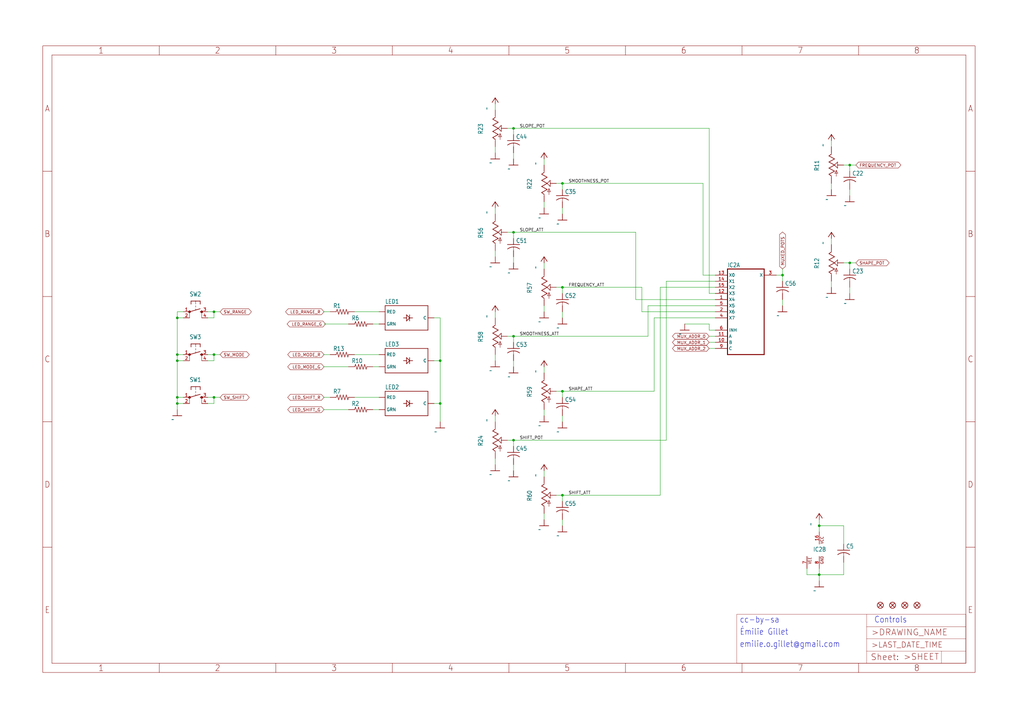
<source format=kicad_sch>
(kicad_sch (version 20211123) (generator eeschema)
  (paper "User" 425.45 299.161)
  (lib_symbols
    (symbol "tides2_v40-eagle-import:+3V3_A" (power)
      (property "Value" "+3V3_A" (at -2.54 -5.08 90))
      (symbol "+3V3_A_1_0"
        (polyline (pts (xy 0 0) (xy -1.27 -1.905)) (stroke (width 0.254)))
        (polyline (pts (xy 1.27 -1.905) (xy 0 0)) (stroke (width 0.254)))
        (pin power_in line (at 0 -2.54 90) (length 2.54) (name "+3V3_A") (number "1"))
      )
    )
    (symbol "tides2_v40-eagle-import:4051PW"
      (property "Reference" "IC" (at -2.54 -0.635 0))
      (symbol "4051PW_1_0"
        (polyline (pts (xy -7.62 -17.78) (xy 7.62 -17.78)) (stroke (width 0.4064)))
        (polyline (pts (xy -7.62 17.78) (xy -7.62 -17.78)) (stroke (width 0.4064)))
        (polyline (pts (xy 7.62 -17.78) (xy 7.62 17.78)) (stroke (width 0.4064)))
        (polyline (pts (xy 7.62 17.78) (xy -7.62 17.78)) (stroke (width 0.4064)))
        (pin bidirectional line (at -12.7 5.08 0) (length 5.08) (name "X4") (number "1"))
        (pin input line (at -12.7 -12.7 0) (length 5.08) (name "B") (number "10"))
        (pin input line (at -12.7 -10.16 0) (length 5.08) (name "A") (number "11"))
        (pin bidirectional line (at -12.7 7.62 0) (length 5.08) (name "X3") (number "12"))
        (pin bidirectional line (at -12.7 15.24 0) (length 5.08) (name "X0") (number "13"))
        (pin bidirectional line (at -12.7 12.7 0) (length 5.08) (name "X1") (number "14"))
        (pin bidirectional line (at -12.7 10.16 0) (length 5.08) (name "X2") (number "15"))
        (pin bidirectional line (at -12.7 0 0) (length 5.08) (name "X6") (number "2"))
        (pin bidirectional line (at 12.7 15.24 180) (length 5.08) (name "X") (number "3"))
        (pin bidirectional line (at -12.7 -2.54 0) (length 5.08) (name "X7") (number "4"))
        (pin bidirectional line (at -12.7 2.54 0) (length 5.08) (name "X5") (number "5"))
        (pin input line (at -12.7 -7.62 0) (length 5.08) (name "INH") (number "6"))
        (pin input line (at -12.7 -15.24 0) (length 5.08) (name "C") (number "9"))
      )
      (symbol "4051PW_2_0"
        (text "GND" (at 1.905 -5.842 900) (effects (font (size 1.27 1.0795)) (justify left bottom)))
        (text "VCC" (at 1.905 2.54 900) (effects (font (size 1.27 1.0795)) (justify left bottom)))
        (text "VEE" (at -3.175 -5.842 900) (effects (font (size 1.27 1.0795)) (justify left bottom)))
        (pin power_in line (at 0 7.62 270) (length 5.08) (name "VCC") (number "16"))
        (pin power_in line (at -5.08 -7.62 90) (length 5.08) (name "VEE") (number "7"))
        (pin power_in line (at 0 -7.62 90) (length 5.08) (name "GND") (number "8"))
      )
    )
    (symbol "tides2_v40-eagle-import:A3L-LOC"
      (symbol "A3L-LOC_0_0"
        (polyline (pts (xy 0 52.07) (xy 3.81 52.07)))
        (polyline (pts (xy 0 104.14) (xy 3.81 104.14)))
        (polyline (pts (xy 0 156.21) (xy 3.81 156.21)))
        (polyline (pts (xy 0 208.28) (xy 3.81 208.28)))
        (polyline (pts (xy 3.81 3.81) (xy 3.81 256.54)))
        (polyline (pts (xy 48.4188 0) (xy 48.4188 3.81)))
        (polyline (pts (xy 48.4188 256.54) (xy 48.4188 260.35)))
        (polyline (pts (xy 96.8375 0) (xy 96.8375 3.81)))
        (polyline (pts (xy 96.8375 256.54) (xy 96.8375 260.35)))
        (polyline (pts (xy 145.2563 0) (xy 145.2563 3.81)))
        (polyline (pts (xy 145.2563 256.54) (xy 145.2563 260.35)))
        (polyline (pts (xy 193.675 0) (xy 193.675 3.81)))
        (polyline (pts (xy 193.675 256.54) (xy 193.675 260.35)))
        (polyline (pts (xy 242.0938 0) (xy 242.0938 3.81)))
        (polyline (pts (xy 242.0938 256.54) (xy 242.0938 260.35)))
        (polyline (pts (xy 290.5125 0) (xy 290.5125 3.81)))
        (polyline (pts (xy 290.5125 256.54) (xy 290.5125 260.35)))
        (polyline (pts (xy 338.9313 0) (xy 338.9313 3.81)))
        (polyline (pts (xy 338.9313 256.54) (xy 338.9313 260.35)))
        (polyline (pts (xy 383.54 3.81) (xy 3.81 3.81)))
        (polyline (pts (xy 383.54 3.81) (xy 383.54 256.54)))
        (polyline (pts (xy 383.54 52.07) (xy 387.35 52.07)))
        (polyline (pts (xy 383.54 104.14) (xy 387.35 104.14)))
        (polyline (pts (xy 383.54 156.21) (xy 387.35 156.21)))
        (polyline (pts (xy 383.54 208.28) (xy 387.35 208.28)))
        (polyline (pts (xy 383.54 256.54) (xy 3.81 256.54)))
        (polyline (pts (xy 0 0) (xy 387.35 0) (xy 387.35 260.35) (xy 0 260.35) (xy 0 0)))
        (text "1" (at 24.2094 1.905 0) (effects (font (size 2.54 2.286))))
        (text "1" (at 24.2094 258.445 0) (effects (font (size 2.54 2.286))))
        (text "2" (at 72.6281 1.905 0) (effects (font (size 2.54 2.286))))
        (text "2" (at 72.6281 258.445 0) (effects (font (size 2.54 2.286))))
        (text "3" (at 121.0469 1.905 0) (effects (font (size 2.54 2.286))))
        (text "3" (at 121.0469 258.445 0) (effects (font (size 2.54 2.286))))
        (text "4" (at 169.4656 1.905 0) (effects (font (size 2.54 2.286))))
        (text "4" (at 169.4656 258.445 0) (effects (font (size 2.54 2.286))))
        (text "5" (at 217.8844 1.905 0) (effects (font (size 2.54 2.286))))
        (text "5" (at 217.8844 258.445 0) (effects (font (size 2.54 2.286))))
        (text "6" (at 266.3031 1.905 0) (effects (font (size 2.54 2.286))))
        (text "6" (at 266.3031 258.445 0) (effects (font (size 2.54 2.286))))
        (text "7" (at 314.7219 1.905 0) (effects (font (size 2.54 2.286))))
        (text "7" (at 314.7219 258.445 0) (effects (font (size 2.54 2.286))))
        (text "8" (at 363.1406 1.905 0) (effects (font (size 2.54 2.286))))
        (text "8" (at 363.1406 258.445 0) (effects (font (size 2.54 2.286))))
        (text "A" (at 1.905 234.315 0) (effects (font (size 2.54 2.286))))
        (text "A" (at 385.445 234.315 0) (effects (font (size 2.54 2.286))))
        (text "B" (at 1.905 182.245 0) (effects (font (size 2.54 2.286))))
        (text "B" (at 385.445 182.245 0) (effects (font (size 2.54 2.286))))
        (text "C" (at 1.905 130.175 0) (effects (font (size 2.54 2.286))))
        (text "C" (at 385.445 130.175 0) (effects (font (size 2.54 2.286))))
        (text "D" (at 1.905 78.105 0) (effects (font (size 2.54 2.286))))
        (text "D" (at 385.445 78.105 0) (effects (font (size 2.54 2.286))))
        (text "E" (at 1.905 26.035 0) (effects (font (size 2.54 2.286))))
        (text "E" (at 385.445 26.035 0) (effects (font (size 2.54 2.286))))
      )
      (symbol "A3L-LOC_1_0"
        (polyline (pts (xy 288.29 3.81) (xy 288.29 24.13)) (stroke (width 0.1016)))
        (polyline (pts (xy 288.29 3.81) (xy 342.265 3.81)) (stroke (width 0.1016)))
        (polyline (pts (xy 288.29 24.13) (xy 342.265 24.13)) (stroke (width 0.1016)))
        (polyline (pts (xy 342.265 3.81) (xy 373.38 3.81)) (stroke (width 0.1016)))
        (polyline (pts (xy 342.265 8.89) (xy 342.265 3.81)) (stroke (width 0.1016)))
        (polyline (pts (xy 342.265 8.89) (xy 342.265 13.97)) (stroke (width 0.1016)))
        (polyline (pts (xy 342.265 13.97) (xy 342.265 19.05)) (stroke (width 0.1016)))
        (polyline (pts (xy 342.265 13.97) (xy 383.54 13.97)) (stroke (width 0.1016)))
        (polyline (pts (xy 342.265 19.05) (xy 342.265 24.13)) (stroke (width 0.1016)))
        (polyline (pts (xy 342.265 19.05) (xy 383.54 19.05)) (stroke (width 0.1016)))
        (polyline (pts (xy 342.265 24.13) (xy 383.54 24.13)) (stroke (width 0.1016)))
        (polyline (pts (xy 373.38 3.81) (xy 373.38 8.89)) (stroke (width 0.1016)))
        (polyline (pts (xy 373.38 3.81) (xy 383.54 3.81)) (stroke (width 0.1016)))
        (polyline (pts (xy 373.38 8.89) (xy 342.265 8.89)) (stroke (width 0.1016)))
        (polyline (pts (xy 373.38 8.89) (xy 383.54 8.89)) (stroke (width 0.1016)))
        (polyline (pts (xy 383.54 3.81) (xy 383.54 8.89)) (stroke (width 0.1016)))
        (polyline (pts (xy 383.54 8.89) (xy 383.54 13.97)) (stroke (width 0.1016)))
        (polyline (pts (xy 383.54 13.97) (xy 383.54 19.05)) (stroke (width 0.1016)))
        (polyline (pts (xy 383.54 19.05) (xy 383.54 24.13)) (stroke (width 0.1016)))
        (text ">DRAWING_NAME" (at 344.17 15.24 0) (effects (font (size 2.54 2.54)) (justify left bottom)))
        (text ">LAST_DATE_TIME" (at 344.17 10.16 0) (effects (font (size 2.286 2.286)) (justify left bottom)))
        (text ">SHEET" (at 357.505 5.08 0) (effects (font (size 2.54 2.54)) (justify left bottom)))
        (text "Sheet:" (at 343.916 4.953 0) (effects (font (size 2.54 2.54)) (justify left bottom)))
      )
    )
    (symbol "tides2_v40-eagle-import:C-USC0402"
      (property "Reference" "C" (at 1.016 0.635 0))
      (property "Value" "C-USC0402" (at 1.016 -4.191 0))
      (symbol "C-USC0402_1_0"
        (arc (start 0 -1.0161) (mid -1.302 -1.2303) (end -2.4668 -1.8504) (stroke (width 0.254)))
        (polyline (pts (xy -2.54 0) (xy 2.54 0)) (stroke (width 0.254)))
        (polyline (pts (xy 0 -1.016) (xy 0 -2.54)) (stroke (width 0.1524)))
        (arc (start 2.4892 -1.8542) (mid 1.3158 -1.2195) (end 0 -1) (stroke (width 0.254)))
        (pin passive line (at 0 2.54 270) (length 2.54) (name "1") (number "1"))
        (pin passive line (at 0 -5.08 90) (length 2.54) (name "2") (number "2"))
      )
    )
    (symbol "tides2_v40-eagle-import:FIDUCIAL1X2"
      (symbol "FIDUCIAL1X2_1_0"
        (polyline (pts (xy -0.762 0.762) (xy 0.762 -0.762)) (stroke (width 0.254)))
        (polyline (pts (xy 0.762 0.762) (xy -0.762 -0.762)) (stroke (width 0.254)))
        (circle (center 0 0) (radius 1.27) (stroke (width 0.254)))
      )
    )
    (symbol "tides2_v40-eagle-import:GND" (power)
      (property "Value" "GND" (at -2.54 -2.54 0))
      (symbol "GND_1_0"
        (polyline (pts (xy -1.905 0) (xy 1.905 0)) (stroke (width 0.254)))
        (pin power_in line (at 0 2.54 270) (length 2.54) (name "GND") (number "1"))
      )
    )
    (symbol "tides2_v40-eagle-import:LED-BICOLOR-THROUGHHOLE2.54"
      (property "Reference" "LED" (at -7.62 5.842 0))
      (property "Value" "LED-BICOLOR-THROUGHHOLE2.54" (at -7.62 -7.62 0))
      (symbol "LED-BICOLOR-THROUGHHOLE2.54_1_0"
        (polyline (pts (xy -7.62 -5.08) (xy -7.62 5.08)) (stroke (width 0.254)))
        (polyline (pts (xy -7.62 5.08) (xy 10.16 5.08)) (stroke (width 0.254)))
        (polyline (pts (xy 1.27 -1.27) (xy 2.54 0)) (stroke (width 0.254)))
        (polyline (pts (xy 1.27 0) (xy 0 0)) (stroke (width 0.254)))
        (polyline (pts (xy 1.27 0) (xy 1.27 -1.27)) (stroke (width 0.254)))
        (polyline (pts (xy 1.27 1.27) (xy 1.27 0)) (stroke (width 0.254)))
        (polyline (pts (xy 2.54 0) (xy 1.27 1.27)) (stroke (width 0.254)))
        (polyline (pts (xy 2.54 0) (xy 2.54 -1.27)) (stroke (width 0.254)))
        (polyline (pts (xy 2.54 0) (xy 3.81 0)) (stroke (width 0.254)))
        (polyline (pts (xy 2.54 1.27) (xy 2.54 0)) (stroke (width 0.254)))
        (polyline (pts (xy 10.16 -5.08) (xy -7.62 -5.08)) (stroke (width 0.254)))
        (polyline (pts (xy 10.16 5.08) (xy 10.16 -5.08)) (stroke (width 0.254)))
        (pin bidirectional line (at -10.16 -2.54 0) (length 2.54) (name "GRN") (number "1"))
        (pin bidirectional line (at 12.7 0 180) (length 2.54) (name "C") (number "2"))
        (pin bidirectional line (at -10.16 2.54 0) (length 2.54) (name "RED") (number "3"))
      )
    )
    (symbol "tides2_v40-eagle-import:POT_USVERTICAL"
      (property "Reference" "R" (at -5.08 -2.54 90))
      (property "Value" "POT_USVERTICAL" (at -2.54 -2.54 90))
      (symbol "POT_USVERTICAL_1_0"
        (polyline (pts (xy -1.016 -3.81) (xy 1.27 -2.54)) (stroke (width 0.254)))
        (polyline (pts (xy -1.016 -1.27) (xy 1.27 0)) (stroke (width 0.254)))
        (polyline (pts (xy -1.016 1.27) (xy 1.27 2.54)) (stroke (width 0.254)))
        (polyline (pts (xy -1.016 3.81) (xy 0 4.572)) (stroke (width 0.254)))
        (polyline (pts (xy 0 -5.08) (xy 0 -4.572)) (stroke (width 0.1524)))
        (polyline (pts (xy 0 -4.572) (xy -1.016 -3.81)) (stroke (width 0.254)))
        (polyline (pts (xy 0 4.572) (xy 0 5.08)) (stroke (width 0.1524)))
        (polyline (pts (xy 1.27 -2.54) (xy -1.016 -1.27)) (stroke (width 0.254)))
        (polyline (pts (xy 1.27 0) (xy -1.016 1.27)) (stroke (width 0.254)))
        (polyline (pts (xy 1.27 0) (xy 2.54 1.27)) (stroke (width 0.2032)))
        (polyline (pts (xy 1.27 2.54) (xy -1.016 3.81)) (stroke (width 0.254)))
        (polyline (pts (xy 1.397 -3.429) (xy 2.032 -2.159)) (stroke (width 0.1524)))
        (polyline (pts (xy 2.032 -4.699) (xy 2.032 -2.159)) (stroke (width 0.1524)))
        (polyline (pts (xy 2.032 -2.159) (xy 2.667 -3.429)) (stroke (width 0.1524)))
        (polyline (pts (xy 2.54 -1.27) (xy 1.27 0)) (stroke (width 0.2032)))
        (polyline (pts (xy 2.54 1.27) (xy 2.54 -1.27)) (stroke (width 0.2032)))
        (polyline (pts (xy 2.667 -3.429) (xy 1.397 -3.429)) (stroke (width 0.1524)))
        (pin passive line (at 0 7.62 270) (length 2.54) (name "E") (number "P$1"))
        (pin passive line (at 5.08 0 180) (length 2.54) (name "S") (number "P$2"))
        (pin passive line (at 0 -7.62 90) (length 2.54) (name "A") (number "P$3"))
      )
    )
    (symbol "tides2_v40-eagle-import:POT_USVERTICAL_PS"
      (property "Reference" "R" (at -5.08 -2.54 90))
      (property "Value" "POT_USVERTICAL_PS" (at -2.54 -2.54 90))
      (symbol "POT_USVERTICAL_PS_1_0"
        (polyline (pts (xy -1.016 -3.81) (xy 1.27 -2.54)) (stroke (width 0.254)))
        (polyline (pts (xy -1.016 -1.27) (xy 1.27 0)) (stroke (width 0.254)))
        (polyline (pts (xy -1.016 1.27) (xy 1.27 2.54)) (stroke (width 0.254)))
        (polyline (pts (xy -1.016 3.81) (xy 0 4.572)) (stroke (width 0.254)))
        (polyline (pts (xy 0 -5.08) (xy 0 -4.572)) (stroke (width 0.1524)))
        (polyline (pts (xy 0 -4.572) (xy -1.016 -3.81)) (stroke (width 0.254)))
        (polyline (pts (xy 0 4.572) (xy 0 5.08)) (stroke (width 0.1524)))
        (polyline (pts (xy 1.27 -2.54) (xy -1.016 -1.27)) (stroke (width 0.254)))
        (polyline (pts (xy 1.27 0) (xy -1.016 1.27)) (stroke (width 0.254)))
        (polyline (pts (xy 1.27 0) (xy 2.54 1.27)) (stroke (width 0.2032)))
        (polyline (pts (xy 1.27 2.54) (xy -1.016 3.81)) (stroke (width 0.254)))
        (polyline (pts (xy 1.397 -3.429) (xy 2.032 -2.159)) (stroke (width 0.1524)))
        (polyline (pts (xy 2.032 -4.699) (xy 2.032 -2.159)) (stroke (width 0.1524)))
        (polyline (pts (xy 2.032 -2.159) (xy 2.667 -3.429)) (stroke (width 0.1524)))
        (polyline (pts (xy 2.54 -1.27) (xy 1.27 0)) (stroke (width 0.2032)))
        (polyline (pts (xy 2.54 1.27) (xy 2.54 -1.27)) (stroke (width 0.2032)))
        (polyline (pts (xy 2.667 -3.429) (xy 1.397 -3.429)) (stroke (width 0.1524)))
        (pin passive line (at 0 7.62 270) (length 2.54) (name "E") (number "P$1"))
        (pin passive line (at 5.08 0 180) (length 2.54) (name "S") (number "P$2"))
        (pin passive line (at 0 -7.62 90) (length 2.54) (name "A") (number "P$3"))
      )
    )
    (symbol "tides2_v40-eagle-import:R-US_R0402"
      (property "Reference" "R" (at -3.81 1.4986 0))
      (property "Value" "R-US_R0402" (at -3.81 -3.302 0))
      (symbol "R-US_R0402_1_0"
        (polyline (pts (xy -2.54 0) (xy -2.159 1.016)) (stroke (width 0.2032)))
        (polyline (pts (xy -2.159 1.016) (xy -1.524 -1.016)) (stroke (width 0.2032)))
        (polyline (pts (xy -1.524 -1.016) (xy -0.889 1.016)) (stroke (width 0.2032)))
        (polyline (pts (xy -0.889 1.016) (xy -0.254 -1.016)) (stroke (width 0.2032)))
        (polyline (pts (xy -0.254 -1.016) (xy 0.381 1.016)) (stroke (width 0.2032)))
        (polyline (pts (xy 0.381 1.016) (xy 1.016 -1.016)) (stroke (width 0.2032)))
        (polyline (pts (xy 1.016 -1.016) (xy 1.651 1.016)) (stroke (width 0.2032)))
        (polyline (pts (xy 1.651 1.016) (xy 2.286 -1.016)) (stroke (width 0.2032)))
        (polyline (pts (xy 2.286 -1.016) (xy 2.54 0)) (stroke (width 0.2032)))
        (pin passive line (at -5.08 0 0) (length 2.54) (name "1") (number "1"))
        (pin passive line (at 5.08 0 180) (length 2.54) (name "2") (number "2"))
      )
    )
    (symbol "tides2_v40-eagle-import:TAC_SWITCHPTH"
      (property "Reference" "S" (at -2.54 6.35 0))
      (property "Value" "TAC_SWITCHPTH" (at -2.54 -6.35 0))
      (symbol "TAC_SWITCHPTH_1_0"
        (circle (center -2.54 0) (radius 0.127) (stroke (width 0.4064)))
        (polyline (pts (xy -2.54 -2.54) (xy -2.54 0)) (stroke (width 0.1524)))
        (polyline (pts (xy -2.54 0) (xy 1.905 1.27)) (stroke (width 0.254)))
        (polyline (pts (xy -1.905 4.445) (xy -1.905 3.175)) (stroke (width 0.254)))
        (polyline (pts (xy 0 1.27) (xy 0 0.635)) (stroke (width 0.1524)))
        (polyline (pts (xy 0 2.54) (xy 0 1.905)) (stroke (width 0.1524)))
        (polyline (pts (xy 0 4.445) (xy -1.905 4.445)) (stroke (width 0.254)))
        (polyline (pts (xy 0 4.445) (xy 0 3.175)) (stroke (width 0.1524)))
        (polyline (pts (xy 1.905 0) (xy 2.54 0)) (stroke (width 0.254)))
        (polyline (pts (xy 1.905 4.445) (xy 0 4.445)) (stroke (width 0.254)))
        (polyline (pts (xy 1.905 4.445) (xy 1.905 3.175)) (stroke (width 0.254)))
        (polyline (pts (xy 2.54 -2.54) (xy 2.54 0)) (stroke (width 0.1524)))
        (circle (center 2.54 0) (radius 0.127) (stroke (width 0.4064)))
        (pin passive line (at -5.08 0 0) (length 2.54) (name "1") (number "1"))
        (pin passive line (at -5.08 -2.54 0) (length 2.54) (name "2") (number "2"))
        (pin passive line (at 5.08 0 180) (length 2.54) (name "3") (number "3"))
        (pin passive line (at 5.08 -2.54 180) (length 2.54) (name "4") (number "4"))
      )
    )
  )
  (junction (at 182.88 149.86))
  (junction (at 213.36 96.52))
  (junction (at 233.68 205.74))
  (junction (at 213.36 53.34))
  (junction (at 73.66 167.64))
  (junction (at 340.36 238.76))
  (junction (at 233.68 76.2))
  (junction (at 88.9 165.1))
  (junction (at 73.66 149.86))
  (junction (at 88.9 129.54))
  (junction (at 233.68 162.56))
  (junction (at 182.88 167.64))
  (junction (at 73.66 147.32))
  (junction (at 88.9 147.32))
  (junction (at 353.06 109.22))
  (junction (at 213.36 139.7))
  (junction (at 233.68 119.38))
  (junction (at 340.36 218.44))
  (junction (at 73.66 132.08))
  (junction (at 213.36 182.88))
  (junction (at 73.66 165.1))
  (junction (at 353.06 68.58))
  (junction (at 325.12 114.3))
  (wire (pts (xy 205.74 190.5) (xy 205.74 193.04)))
  (wire (pts (xy 205.74 60.96) (xy 205.74 63.5)))
  (wire (pts (xy 325.12 116.84) (xy 325.12 114.3)))
  (wire (pts (xy 345.44 101.6) (xy 345.44 99.06)))
  (wire (pts (xy 147.32 147.32) (xy 157.48 147.32)))
  (wire (pts (xy 294.64 134.62) (xy 284.48 134.62)))
  (wire (pts (xy 213.36 99.06) (xy 213.36 96.52)))
  (wire (pts (xy 86.36 132.08) (xy 88.9 132.08)))
  (wire (pts (xy 213.36 53.34) (xy 294.64 53.34)))
  (wire (pts (xy 233.68 86.36) (xy 233.68 88.9)))
  (wire (pts (xy 335.28 238.76) (xy 340.36 238.76)))
  (wire (pts (xy 350.52 233.68) (xy 350.52 238.76)))
  (wire (pts (xy 73.66 147.32) (xy 73.66 149.86)))
  (wire (pts (xy 134.62 134.62) (xy 144.78 134.62)))
  (wire (pts (xy 233.68 215.9) (xy 233.68 218.44)))
  (wire (pts (xy 213.36 106.68) (xy 213.36 109.22)))
  (wire (pts (xy 297.18 139.7) (xy 294.64 139.7)))
  (wire (pts (xy 340.36 220.98) (xy 340.36 218.44)))
  (wire (pts (xy 210.82 53.34) (xy 213.36 53.34)))
  (wire (pts (xy 210.82 96.52) (xy 213.36 96.52)))
  (wire (pts (xy 88.9 149.86) (xy 88.9 147.32)))
  (wire (pts (xy 264.16 124.46) (xy 297.18 124.46)))
  (wire (pts (xy 226.06 83.82) (xy 226.06 86.36)))
  (wire (pts (xy 297.18 144.78) (xy 294.64 144.78)))
  (wire (pts (xy 73.66 132.08) (xy 73.66 147.32)))
  (wire (pts (xy 233.68 208.28) (xy 233.68 205.74)))
  (wire (pts (xy 226.06 213.36) (xy 226.06 215.9)))
  (wire (pts (xy 205.74 45.72) (xy 205.74 43.18)))
  (wire (pts (xy 213.36 182.88) (xy 276.86 182.88)))
  (wire (pts (xy 266.7 119.38) (xy 266.7 129.54)))
  (wire (pts (xy 294.64 53.34) (xy 294.64 121.92)))
  (wire (pts (xy 271.78 162.56) (xy 271.78 132.08)))
  (wire (pts (xy 137.16 147.32) (xy 134.62 147.32)))
  (wire (pts (xy 292.1 76.2) (xy 292.1 114.3)))
  (wire (pts (xy 266.7 129.54) (xy 297.18 129.54)))
  (wire (pts (xy 350.52 109.22) (xy 353.06 109.22)))
  (wire (pts (xy 213.36 185.42) (xy 213.36 182.88)))
  (wire (pts (xy 213.36 193.04) (xy 213.36 195.58)))
  (wire (pts (xy 233.68 165.1) (xy 233.68 162.56)))
  (wire (pts (xy 297.18 137.16) (xy 294.64 137.16)))
  (wire (pts (xy 73.66 149.86) (xy 73.66 165.1)))
  (wire (pts (xy 154.94 134.62) (xy 157.48 134.62)))
  (wire (pts (xy 213.36 139.7) (xy 269.24 139.7)))
  (wire (pts (xy 76.2 149.86) (xy 73.66 149.86)))
  (wire (pts (xy 231.14 162.56) (xy 233.68 162.56)))
  (wire (pts (xy 205.74 104.14) (xy 205.74 106.68)))
  (wire (pts (xy 340.36 238.76) (xy 340.36 236.22)))
  (wire (pts (xy 325.12 114.3) (xy 325.12 111.76)))
  (wire (pts (xy 226.06 170.18) (xy 226.06 172.72)))
  (wire (pts (xy 213.36 96.52) (xy 264.16 96.52)))
  (wire (pts (xy 233.68 76.2) (xy 292.1 76.2)))
  (wire (pts (xy 137.16 129.54) (xy 134.62 129.54)))
  (wire (pts (xy 88.9 132.08) (xy 88.9 129.54)))
  (wire (pts (xy 147.32 129.54) (xy 157.48 129.54)))
  (wire (pts (xy 88.9 147.32) (xy 91.44 147.32)))
  (wire (pts (xy 180.34 167.64) (xy 182.88 167.64)))
  (wire (pts (xy 269.24 127) (xy 297.18 127)))
  (wire (pts (xy 73.66 129.54) (xy 73.66 132.08)))
  (wire (pts (xy 182.88 149.86) (xy 182.88 167.64)))
  (wire (pts (xy 226.06 111.76) (xy 226.06 109.22)))
  (wire (pts (xy 297.18 142.24) (xy 294.64 142.24)))
  (wire (pts (xy 350.52 218.44) (xy 350.52 226.06)))
  (wire (pts (xy 86.36 149.86) (xy 88.9 149.86)))
  (wire (pts (xy 340.36 218.44) (xy 340.36 215.9)))
  (wire (pts (xy 345.44 76.2) (xy 345.44 78.74)))
  (wire (pts (xy 264.16 96.52) (xy 264.16 124.46)))
  (wire (pts (xy 182.88 149.86) (xy 182.88 132.08)))
  (wire (pts (xy 325.12 124.46) (xy 325.12 127)))
  (wire (pts (xy 73.66 132.08) (xy 76.2 132.08)))
  (wire (pts (xy 231.14 76.2) (xy 233.68 76.2)))
  (wire (pts (xy 353.06 71.12) (xy 353.06 68.58)))
  (wire (pts (xy 226.06 127) (xy 226.06 129.54)))
  (wire (pts (xy 213.36 149.86) (xy 213.36 152.4)))
  (wire (pts (xy 205.74 88.9) (xy 205.74 86.36)))
  (wire (pts (xy 76.2 147.32) (xy 73.66 147.32)))
  (wire (pts (xy 226.06 198.12) (xy 226.06 195.58)))
  (wire (pts (xy 353.06 111.76) (xy 353.06 109.22)))
  (wire (pts (xy 205.74 175.26) (xy 205.74 172.72)))
  (wire (pts (xy 233.68 121.92) (xy 233.68 119.38)))
  (wire (pts (xy 73.66 167.64) (xy 73.66 170.18)))
  (wire (pts (xy 340.36 238.76) (xy 350.52 238.76)))
  (wire (pts (xy 86.36 167.64) (xy 88.9 167.64)))
  (wire (pts (xy 276.86 116.84) (xy 297.18 116.84)))
  (wire (pts (xy 73.66 167.64) (xy 76.2 167.64)))
  (wire (pts (xy 345.44 60.96) (xy 345.44 58.42)))
  (wire (pts (xy 353.06 68.58) (xy 355.6 68.58)))
  (wire (pts (xy 154.94 170.18) (xy 157.48 170.18)))
  (wire (pts (xy 231.14 205.74) (xy 233.68 205.74)))
  (wire (pts (xy 86.36 165.1) (xy 88.9 165.1)))
  (wire (pts (xy 233.68 162.56) (xy 271.78 162.56)))
  (wire (pts (xy 88.9 129.54) (xy 91.44 129.54)))
  (wire (pts (xy 226.06 154.94) (xy 226.06 152.4)))
  (wire (pts (xy 294.64 121.92) (xy 297.18 121.92)))
  (wire (pts (xy 180.34 149.86) (xy 182.88 149.86)))
  (wire (pts (xy 335.28 236.22) (xy 335.28 238.76)))
  (wire (pts (xy 88.9 165.1) (xy 91.44 165.1)))
  (wire (pts (xy 134.62 170.18) (xy 144.78 170.18)))
  (wire (pts (xy 269.24 139.7) (xy 269.24 127)))
  (wire (pts (xy 210.82 182.88) (xy 213.36 182.88)))
  (wire (pts (xy 205.74 132.08) (xy 205.74 129.54)))
  (wire (pts (xy 86.36 147.32) (xy 88.9 147.32)))
  (wire (pts (xy 147.32 165.1) (xy 157.48 165.1)))
  (wire (pts (xy 233.68 119.38) (xy 266.7 119.38)))
  (wire (pts (xy 340.36 241.3) (xy 340.36 238.76)))
  (wire (pts (xy 213.36 55.88) (xy 213.36 53.34)))
  (wire (pts (xy 233.68 205.74) (xy 274.32 205.74)))
  (wire (pts (xy 182.88 175.26) (xy 182.88 167.64)))
  (wire (pts (xy 294.64 137.16) (xy 294.64 134.62)))
  (wire (pts (xy 210.82 139.7) (xy 213.36 139.7)))
  (wire (pts (xy 134.62 152.4) (xy 144.78 152.4)))
  (wire (pts (xy 350.52 68.58) (xy 353.06 68.58)))
  (wire (pts (xy 353.06 109.22) (xy 355.6 109.22)))
  (wire (pts (xy 233.68 172.72) (xy 233.68 175.26)))
  (wire (pts (xy 76.2 129.54) (xy 73.66 129.54)))
  (wire (pts (xy 345.44 116.84) (xy 345.44 119.38)))
  (wire (pts (xy 88.9 167.64) (xy 88.9 165.1)))
  (wire (pts (xy 274.32 205.74) (xy 274.32 119.38)))
  (wire (pts (xy 353.06 119.38) (xy 353.06 121.92)))
  (wire (pts (xy 271.78 132.08) (xy 297.18 132.08)))
  (wire (pts (xy 322.58 114.3) (xy 325.12 114.3)))
  (wire (pts (xy 292.1 114.3) (xy 297.18 114.3)))
  (wire (pts (xy 73.66 165.1) (xy 73.66 167.64)))
  (wire (pts (xy 350.52 218.44) (xy 340.36 218.44)))
  (wire (pts (xy 154.94 152.4) (xy 157.48 152.4)))
  (wire (pts (xy 205.74 147.32) (xy 205.74 149.86)))
  (wire (pts (xy 233.68 129.54) (xy 233.68 132.08)))
  (wire (pts (xy 231.14 119.38) (xy 233.68 119.38)))
  (wire (pts (xy 86.36 129.54) (xy 88.9 129.54)))
  (wire (pts (xy 213.36 63.5) (xy 213.36 66.04)))
  (wire (pts (xy 233.68 78.74) (xy 233.68 76.2)))
  (wire (pts (xy 353.06 78.74) (xy 353.06 81.28)))
  (wire (pts (xy 76.2 165.1) (xy 73.66 165.1)))
  (wire (pts (xy 274.32 119.38) (xy 297.18 119.38)))
  (wire (pts (xy 137.16 165.1) (xy 134.62 165.1)))
  (wire (pts (xy 180.34 132.08) (xy 182.88 132.08)))
  (wire (pts (xy 226.06 68.58) (xy 226.06 66.04)))
  (wire (pts (xy 276.86 182.88) (xy 276.86 116.84)))
  (wire (pts (xy 213.36 142.24) (xy 213.36 139.7)))
  (text "cc-by-sa" (at 307.34 259.08 180) (effects (font (size 2.54 2.159)) (justify left bottom)))
  (text "Controls" (at 363.22 259.08 180) (effects (font (size 2.54 2.159)) (justify left bottom)))
  (text "emilie.o.gillet@gmail.com" (at 307.34 269.24 180) (effects (font (size 2.54 2.159)) (justify left bottom)))
  (text "Émilie Gillet" (at 307.34 264.16 180) (effects (font (size 2.54 2.159)) (justify left bottom)))
  (label "SHAPE_ATT" (at 236.22 162.56 0) (effects (font (size 1.2446 1.2446))))
  (label "FREQUENCY_ATT" (at 236.22 119.38 0) (effects (font (size 1.2446 1.2446))))
  (label "SMOOTHNESS_POT" (at 236.22 76.2 0) (effects (font (size 1.2446 1.2446))))
  (label "SHIFT_POT" (at 215.9 182.88 0) (effects (font (size 1.2446 1.2446))))
  (label "SHIFT_ATT" (at 236.22 205.74 0) (effects (font (size 1.2446 1.2446))))
  (label "SMOOTHNESS_ATT" (at 215.9 139.7 0) (effects (font (size 1.2446 1.2446))))
  (label "SLOPE_ATT" (at 215.9 96.52 0) (effects (font (size 1.2446 1.2446))))
  (label "SLOPE_POT" (at 215.9 53.34 0) (effects (font (size 1.2446 1.2446))))
  (global_label "SW_MODE" (shape bidirectional) (at 91.44 147.32 0) (effects (font (size 1.2446 1.2446))) (property "Intersheet References" "${INTERSHEET_REFS}" (effects hide)))
  (global_label "LED_MODE_G" (shape bidirectional) (at 134.62 152.4 180) (effects (font (size 1.2446 1.2446))) (property "Intersheet References" "${INTERSHEET_REFS}" (effects hide)))
  (global_label "SW_RANGE" (shape bidirectional) (at 91.44 129.54 0) (effects (font (size 1.2446 1.2446))) (property "Intersheet References" "${INTERSHEET_REFS}" (effects hide)))
  (global_label "FREQUENCY_POT" (shape bidirectional) (at 355.6 68.58 0) (effects (font (size 1.2446 1.2446))) (property "Intersheet References" "${INTERSHEET_REFS}" (effects hide)))
  (global_label "MUX_ADDR_0" (shape bidirectional) (at 294.64 139.7 180) (effects (font (size 1.2446 1.2446))) (property "Intersheet References" "${INTERSHEET_REFS}" (effects hide)))
  (global_label "MUXED_POTS" (shape bidirectional) (at 325.12 111.76 90) (effects (font (size 1.2446 1.2446))) (property "Intersheet References" "${INTERSHEET_REFS}" (effects hide)))
  (global_label "LED_SHIFT_G" (shape bidirectional) (at 134.62 170.18 180) (effects (font (size 1.2446 1.2446))) (property "Intersheet References" "${INTERSHEET_REFS}" (effects hide)))
  (global_label "LED_RANGE_G" (shape bidirectional) (at 135.255 134.62 180) (effects (font (size 1.2446 1.2446))) (property "Intersheet References" "${INTERSHEET_REFS}" (effects hide)))
  (global_label "SHAPE_POT" (shape bidirectional) (at 355.6 109.22 0) (effects (font (size 1.2446 1.2446))) (property "Intersheet References" "${INTERSHEET_REFS}" (effects hide)))
  (global_label "SW_SHIFT" (shape bidirectional) (at 91.44 165.1 0) (effects (font (size 1.2446 1.2446))) (property "Intersheet References" "${INTERSHEET_REFS}" (effects hide)))
  (global_label "LED_RANGE_R" (shape bidirectional) (at 134.62 129.54 180) (effects (font (size 1.2446 1.2446))) (property "Intersheet References" "${INTERSHEET_REFS}" (effects hide)))
  (global_label "LED_SHIFT_R" (shape bidirectional) (at 134.62 165.1 180) (effects (font (size 1.2446 1.2446))) (property "Intersheet References" "${INTERSHEET_REFS}" (effects hide)))
  (global_label "MUX_ADDR_2" (shape bidirectional) (at 294.64 144.78 180) (effects (font (size 1.2446 1.2446))) (property "Intersheet References" "${INTERSHEET_REFS}" (effects hide)))
  (global_label "LED_MODE_R" (shape bidirectional) (at 134.62 147.32 180) (effects (font (size 1.2446 1.2446))) (property "Intersheet References" "${INTERSHEET_REFS}" (effects hide)))
  (global_label "MUX_ADDR_1" (shape bidirectional) (at 294.64 142.24 180) (effects (font (size 1.2446 1.2446))) (property "Intersheet References" "${INTERSHEET_REFS}" (effects hide)))
  (symbol (lib_id "tides2_v40-eagle-import:GND") (at 182.88 177.8 0) (unit 1)
    (property "Reference" "#GND39" (effects hide))
  )
  (symbol (lib_id "tides2_v40-eagle-import:POT_USVERTICAL_PS") (at 205.74 182.88 0) (unit 1)
    (property "Reference" "R24" (at 200.66 185.42 90) (effects (font (size 1.778 1.5113)) (justify left bottom)))
  )
  (symbol (lib_id "tides2_v40-eagle-import:GND") (at 205.74 109.22 0) (unit 1)
    (property "Reference" "#GND18" (effects hide))
  )
  (symbol (lib_id "tides2_v40-eagle-import:GND") (at 73.66 172.72 0) (unit 1)
    (property "Reference" "#GND23" (effects hide))
  )
  (symbol (lib_id "tides2_v40-eagle-import:R-US_R0402") (at 142.24 147.32 0) (unit 1)
    (property "Reference" "R13" (at 138.43 145.8214 0) (effects (font (size 1.778 1.5113)) (justify left bottom)))
  )
  (symbol (lib_id "tides2_v40-eagle-import:R-US_R0402") (at 149.86 134.62 0) (unit 1)
    (property "Reference" "R6" (at 146.05 133.1214 0) (effects (font (size 1.778 1.5113)) (justify left bottom)))
  )
  (symbol (lib_id "tides2_v40-eagle-import:GND") (at 284.48 137.16 0) (unit 1)
    (property "Reference" "#GND65" (effects hide))
  )
  (symbol (lib_id "tides2_v40-eagle-import:+3V3_A") (at 205.74 127 0) (unit 1)
    (property "Reference" "#+3V10" (effects hide))
  )
  (symbol (lib_id "tides2_v40-eagle-import:+3V3_A") (at 205.74 83.82 0) (unit 1)
    (property "Reference" "#+3V8" (effects hide))
  )
  (symbol (lib_id "tides2_v40-eagle-import:POT_USVERTICAL") (at 205.74 96.52 0) (unit 1)
    (property "Reference" "R56" (at 200.66 99.06 90) (effects (font (size 1.778 1.5113)) (justify left bottom)))
  )
  (symbol (lib_id "tides2_v40-eagle-import:LED-BICOLOR-THROUGHHOLE2.54") (at 167.64 132.08 0) (unit 1)
    (property "Reference" "LED1" (at 160.02 126.238 0) (effects (font (size 1.778 1.5113)) (justify left bottom)))
  )
  (symbol (lib_id "tides2_v40-eagle-import:C-USC0402") (at 213.36 187.96 0) (unit 1)
    (property "Reference" "C45" (at 214.376 187.325 0) (effects (font (size 1.778 1.5113)) (justify left bottom)))
  )
  (symbol (lib_id "tides2_v40-eagle-import:GND") (at 353.06 124.46 0) (unit 1)
    (property "Reference" "#GND69" (effects hide))
  )
  (symbol (lib_id "tides2_v40-eagle-import:GND") (at 213.36 68.58 0) (unit 1)
    (property "Reference" "#GND70" (effects hide))
  )
  (symbol (lib_id "tides2_v40-eagle-import:C-USC0402") (at 233.68 124.46 0) (unit 1)
    (property "Reference" "C52" (at 234.696 123.825 0) (effects (font (size 1.778 1.5113)) (justify left bottom)))
  )
  (symbol (lib_id "tides2_v40-eagle-import:POT_USVERTICAL_PS") (at 226.06 76.2 0) (unit 1)
    (property "Reference" "R22" (at 220.98 78.74 90) (effects (font (size 1.778 1.5113)) (justify left bottom)))
  )
  (symbol (lib_id "tides2_v40-eagle-import:POT_USVERTICAL") (at 205.74 139.7 0) (unit 1)
    (property "Reference" "R58" (at 200.66 142.24 90) (effects (font (size 1.778 1.5113)) (justify left bottom)))
  )
  (symbol (lib_id "tides2_v40-eagle-import:+3V3_A") (at 226.06 63.5 0) (unit 1)
    (property "Reference" "#+3V7" (effects hide))
  )
  (symbol (lib_id "tides2_v40-eagle-import:C-USC0402") (at 213.36 144.78 0) (unit 1)
    (property "Reference" "C53" (at 214.376 144.145 0) (effects (font (size 1.778 1.5113)) (justify left bottom)))
  )
  (symbol (lib_id "tides2_v40-eagle-import:TAC_SWITCHPTH") (at 81.28 165.1 0) (unit 1)
    (property "Reference" "SW1" (at 78.74 158.75 0) (effects (font (size 1.778 1.5113)) (justify left bottom)))
  )
  (symbol (lib_id "tides2_v40-eagle-import:GND") (at 325.12 129.54 0) (unit 1)
    (property "Reference" "#GND64" (effects hide))
  )
  (symbol (lib_id "tides2_v40-eagle-import:GND") (at 205.74 195.58 0) (unit 1)
    (property "Reference" "#GND46" (effects hide))
  )
  (symbol (lib_id "tides2_v40-eagle-import:R-US_R0402") (at 142.24 129.54 0) (unit 1)
    (property "Reference" "R1" (at 138.43 128.0414 0) (effects (font (size 1.778 1.5113)) (justify left bottom)))
  )
  (symbol (lib_id "tides2_v40-eagle-import:C-USC0402") (at 233.68 81.28 0) (unit 1)
    (property "Reference" "C35" (at 234.696 80.645 0) (effects (font (size 1.778 1.5113)) (justify left bottom)))
  )
  (symbol (lib_id "tides2_v40-eagle-import:GND") (at 353.06 83.82 0) (unit 1)
    (property "Reference" "#GND68" (effects hide))
  )
  (symbol (lib_id "tides2_v40-eagle-import:C-USC0402") (at 213.36 101.6 0) (unit 1)
    (property "Reference" "C51" (at 214.376 100.965 0) (effects (font (size 1.778 1.5113)) (justify left bottom)))
  )
  (symbol (lib_id "tides2_v40-eagle-import:GND") (at 340.36 243.84 0) (unit 1)
    (property "Reference" "#GND66" (effects hide))
  )
  (symbol (lib_id "tides2_v40-eagle-import:LED-BICOLOR-THROUGHHOLE2.54") (at 167.64 149.86 0) (unit 1)
    (property "Reference" "LED3" (at 160.02 144.018 0) (effects (font (size 1.778 1.5113)) (justify left bottom)))
  )
  (symbol (lib_id "tides2_v40-eagle-import:+3V3_A") (at 226.06 149.86 0) (unit 1)
    (property "Reference" "#+3V11" (effects hide))
  )
  (symbol (lib_id "tides2_v40-eagle-import:POT_USVERTICAL_PS") (at 345.44 68.58 0) (unit 1)
    (property "Reference" "R11" (at 340.36 71.12 90) (effects (font (size 1.778 1.5113)) (justify left bottom)))
  )
  (symbol (lib_id "tides2_v40-eagle-import:GND") (at 345.44 121.92 0) (unit 1)
    (property "Reference" "#GND27" (effects hide))
  )
  (symbol (lib_id "tides2_v40-eagle-import:+3V3_A") (at 340.36 213.36 0) (unit 1)
    (property "Reference" "#+3V15" (effects hide))
  )
  (symbol (lib_id "tides2_v40-eagle-import:+3V3_A") (at 205.74 170.18 0) (unit 1)
    (property "Reference" "#+3V12" (effects hide))
  )
  (symbol (lib_id "tides2_v40-eagle-import:C-USC0402") (at 233.68 167.64 0) (unit 1)
    (property "Reference" "C54" (at 234.696 167.005 0) (effects (font (size 1.778 1.5113)) (justify left bottom)))
  )
  (symbol (lib_id "tides2_v40-eagle-import:GND") (at 233.68 91.44 0) (unit 1)
    (property "Reference" "#GND71" (effects hide))
  )
  (symbol (lib_id "tides2_v40-eagle-import:C-USC0402") (at 353.06 73.66 0) (unit 1)
    (property "Reference" "C22" (at 354.076 73.025 0) (effects (font (size 1.778 1.5113)) (justify left bottom)))
  )
  (symbol (lib_id "tides2_v40-eagle-import:R-US_R0402") (at 142.24 165.1 0) (unit 1)
    (property "Reference" "R7" (at 138.43 163.6014 0) (effects (font (size 1.778 1.5113)) (justify left bottom)))
  )
  (symbol (lib_id "tides2_v40-eagle-import:GND") (at 213.36 198.12 0) (unit 1)
    (property "Reference" "#GND90" (effects hide))
  )
  (symbol (lib_id "tides2_v40-eagle-import:FIDUCIAL1X2") (at 370.84 251.46 0) (unit 1)
    (property "Reference" "JP1" (effects hide))
  )
  (symbol (lib_id "tides2_v40-eagle-import:FIDUCIAL1X2") (at 381 251.46 0) (unit 1)
    (property "Reference" "JP3" (effects hide))
  )
  (symbol (lib_id "tides2_v40-eagle-import:+3V3_A") (at 226.06 193.04 0) (unit 1)
    (property "Reference" "#+3V14" (effects hide))
  )
  (symbol (lib_id "tides2_v40-eagle-import:GND") (at 226.06 218.44 0) (unit 1)
    (property "Reference" "#GND44" (effects hide))
  )
  (symbol (lib_id "tides2_v40-eagle-import:GND") (at 205.74 152.4 0) (unit 1)
    (property "Reference" "#GND19" (effects hide))
  )
  (symbol (lib_id "tides2_v40-eagle-import:C-USC0402") (at 353.06 114.3 0) (unit 1)
    (property "Reference" "C23" (at 354.076 113.665 0) (effects (font (size 1.778 1.5113)) (justify left bottom)))
  )
  (symbol (lib_id "tides2_v40-eagle-import:+3V3_A") (at 345.44 55.88 0) (unit 1)
    (property "Reference" "#+3V16" (effects hide))
  )
  (symbol (lib_id "tides2_v40-eagle-import:GND") (at 345.44 81.28 0) (unit 1)
    (property "Reference" "#GND21" (effects hide))
  )
  (symbol (lib_id "tides2_v40-eagle-import:GND") (at 233.68 220.98 0) (unit 1)
    (property "Reference" "#GND91" (effects hide))
  )
  (symbol (lib_id "tides2_v40-eagle-import:POT_USVERTICAL") (at 226.06 205.74 0) (unit 1)
    (property "Reference" "R60" (at 220.98 208.28 90) (effects (font (size 1.778 1.5113)) (justify left bottom)))
  )
  (symbol (lib_id "tides2_v40-eagle-import:POT_USVERTICAL") (at 226.06 119.38 0) (unit 1)
    (property "Reference" "R57" (at 220.98 121.92 90) (effects (font (size 1.778 1.5113)) (justify left bottom)))
  )
  (symbol (lib_id "tides2_v40-eagle-import:FIDUCIAL1X2") (at 375.92 251.46 0) (unit 1)
    (property "Reference" "JP4" (effects hide))
  )
  (symbol (lib_id "tides2_v40-eagle-import:TAC_SWITCHPTH") (at 81.28 129.54 0) (unit 1)
    (property "Reference" "SW2" (at 78.74 123.19 0) (effects (font (size 1.778 1.5113)) (justify left bottom)))
  )
  (symbol (lib_id "tides2_v40-eagle-import:LED-BICOLOR-THROUGHHOLE2.54") (at 167.64 167.64 0) (unit 1)
    (property "Reference" "LED2" (at 160.02 161.798 0) (effects (font (size 1.778 1.5113)) (justify left bottom)))
  )
  (symbol (lib_id "tides2_v40-eagle-import:+3V3_A") (at 226.06 106.68 0) (unit 1)
    (property "Reference" "#+3V9" (effects hide))
  )
  (symbol (lib_id "tides2_v40-eagle-import:4051PW") (at 340.36 228.6 0) (unit 2)
    (property "Reference" "IC2" (at 337.82 229.235 0) (effects (font (size 1.778 1.5113)) (justify left bottom)))
  )
  (symbol (lib_id "tides2_v40-eagle-import:POT_USVERTICAL") (at 226.06 162.56 0) (unit 1)
    (property "Reference" "R59" (at 220.98 165.1 90) (effects (font (size 1.778 1.5113)) (justify left bottom)))
  )
  (symbol (lib_id "tides2_v40-eagle-import:4051PW") (at 309.88 129.54 0) (unit 1)
    (property "Reference" "IC2" (at 302.26 111.125 0) (effects (font (size 1.778 1.5113)) (justify left bottom)))
  )
  (symbol (lib_id "tides2_v40-eagle-import:R-US_R0402") (at 149.86 170.18 0) (unit 1)
    (property "Reference" "R2" (at 146.05 168.6814 0) (effects (font (size 1.778 1.5113)) (justify left bottom)))
  )
  (symbol (lib_id "tides2_v40-eagle-import:GND") (at 213.36 111.76 0) (unit 1)
    (property "Reference" "#GND72" (effects hide))
  )
  (symbol (lib_id "tides2_v40-eagle-import:GND") (at 213.36 154.94 0) (unit 1)
    (property "Reference" "#GND87" (effects hide))
  )
  (symbol (lib_id "tides2_v40-eagle-import:C-USC0402") (at 213.36 58.42 0) (unit 1)
    (property "Reference" "C44" (at 214.376 57.785 0) (effects (font (size 1.778 1.5113)) (justify left bottom)))
  )
  (symbol (lib_id "tides2_v40-eagle-import:+3V3_A") (at 345.44 96.52 0) (unit 1)
    (property "Reference" "#+3V17" (effects hide))
  )
  (symbol (lib_id "tides2_v40-eagle-import:GND") (at 233.68 177.8 0) (unit 1)
    (property "Reference" "#GND89" (effects hide))
  )
  (symbol (lib_id "tides2_v40-eagle-import:TAC_SWITCHPTH") (at 81.28 147.32 0) (unit 1)
    (property "Reference" "SW3" (at 78.74 140.97 0) (effects (font (size 1.778 1.5113)) (justify left bottom)))
  )
  (symbol (lib_id "tides2_v40-eagle-import:R-US_R0402") (at 149.86 152.4 0) (unit 1)
    (property "Reference" "R10" (at 146.05 150.9014 0) (effects (font (size 1.778 1.5113)) (justify left bottom)))
  )
  (symbol (lib_id "tides2_v40-eagle-import:C-USC0402") (at 350.52 228.6 0) (unit 1)
    (property "Reference" "C5" (at 351.536 227.965 0) (effects (font (size 1.778 1.5113)) (justify left bottom)))
  )
  (symbol (lib_id "tides2_v40-eagle-import:GND") (at 205.74 66.04 0) (unit 1)
    (property "Reference" "#GND88" (effects hide))
  )
  (symbol (lib_id "tides2_v40-eagle-import:POT_USVERTICAL_PS") (at 205.74 53.34 0) (unit 1)
    (property "Reference" "R23" (at 200.66 55.88 90) (effects (font (size 1.778 1.5113)) (justify left bottom)))
  )
  (symbol (lib_id "tides2_v40-eagle-import:C-USC0402") (at 325.12 119.38 0) (unit 1)
    (property "Reference" "C56" (at 326.136 118.745 0) (effects (font (size 1.778 1.5113)) (justify left bottom)))
  )
  (symbol (lib_id "tides2_v40-eagle-import:A3L-LOC") (at 17.78 279.4 0) (unit 1)
    (property "Reference" "#FRAME1" (effects hide))
  )
  (symbol (lib_id "tides2_v40-eagle-import:C-USC0402") (at 233.68 210.82 0) (unit 1)
    (property "Reference" "C55" (at 234.696 210.185 0) (effects (font (size 1.778 1.5113)) (justify left bottom)))
  )
  (symbol (lib_id "tides2_v40-eagle-import:GND") (at 226.06 175.26 0) (unit 1)
    (property "Reference" "#GND25" (effects hide))
  )
  (symbol (lib_id "tides2_v40-eagle-import:POT_USVERTICAL_PS") (at 345.44 109.22 0) (unit 1)
    (property "Reference" "R12" (at 340.36 111.76 90) (effects (font (size 1.778 1.5113)) (justify left bottom)))
  )
  (symbol (lib_id "tides2_v40-eagle-import:GND") (at 233.68 134.62 0) (unit 1)
    (property "Reference" "#GND73" (effects hide))
  )
  (symbol (lib_id "tides2_v40-eagle-import:+3V3_A") (at 205.74 40.64 0) (unit 1)
    (property "Reference" "#+3V6" (effects hide))
  )
  (symbol (lib_id "tides2_v40-eagle-import:GND") (at 226.06 88.9 0) (unit 1)
    (property "Reference" "#GND63" (effects hide))
  )
  (symbol (lib_id "tides2_v40-eagle-import:GND") (at 226.06 132.08 0) (unit 1)
    (property "Reference" "#GND20" (effects hide))
  )
  (symbol (lib_id "tides2_v40-eagle-import:FIDUCIAL1X2") (at 365.76 251.46 0) (unit 1)
    (property "Reference" "JP2" (effects hide))
  )
)
</source>
